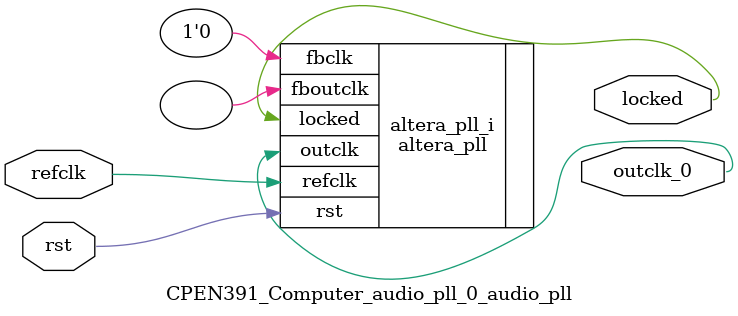
<source format=v>
`timescale 1ns/10ps
module  CPEN391_Computer_audio_pll_0_audio_pll(

	// interface 'refclk'
	input wire refclk,

	// interface 'reset'
	input wire rst,

	// interface 'outclk0'
	output wire outclk_0,

	// interface 'locked'
	output wire locked
);

	altera_pll #(
		.fractional_vco_multiplier("false"),
		.reference_clock_frequency("50.0 MHz"),
		.operation_mode("direct"),
		.number_of_clocks(1),
		.output_clock_frequency0("12.288135 MHz"),
		.phase_shift0("0 ps"),
		.duty_cycle0(50),
		.output_clock_frequency1("0 MHz"),
		.phase_shift1("0 ps"),
		.duty_cycle1(50),
		.output_clock_frequency2("0 MHz"),
		.phase_shift2("0 ps"),
		.duty_cycle2(50),
		.output_clock_frequency3("0 MHz"),
		.phase_shift3("0 ps"),
		.duty_cycle3(50),
		.output_clock_frequency4("0 MHz"),
		.phase_shift4("0 ps"),
		.duty_cycle4(50),
		.output_clock_frequency5("0 MHz"),
		.phase_shift5("0 ps"),
		.duty_cycle5(50),
		.output_clock_frequency6("0 MHz"),
		.phase_shift6("0 ps"),
		.duty_cycle6(50),
		.output_clock_frequency7("0 MHz"),
		.phase_shift7("0 ps"),
		.duty_cycle7(50),
		.output_clock_frequency8("0 MHz"),
		.phase_shift8("0 ps"),
		.duty_cycle8(50),
		.output_clock_frequency9("0 MHz"),
		.phase_shift9("0 ps"),
		.duty_cycle9(50),
		.output_clock_frequency10("0 MHz"),
		.phase_shift10("0 ps"),
		.duty_cycle10(50),
		.output_clock_frequency11("0 MHz"),
		.phase_shift11("0 ps"),
		.duty_cycle11(50),
		.output_clock_frequency12("0 MHz"),
		.phase_shift12("0 ps"),
		.duty_cycle12(50),
		.output_clock_frequency13("0 MHz"),
		.phase_shift13("0 ps"),
		.duty_cycle13(50),
		.output_clock_frequency14("0 MHz"),
		.phase_shift14("0 ps"),
		.duty_cycle14(50),
		.output_clock_frequency15("0 MHz"),
		.phase_shift15("0 ps"),
		.duty_cycle15(50),
		.output_clock_frequency16("0 MHz"),
		.phase_shift16("0 ps"),
		.duty_cycle16(50),
		.output_clock_frequency17("0 MHz"),
		.phase_shift17("0 ps"),
		.duty_cycle17(50),
		.pll_type("General"),
		.pll_subtype("General")
	) altera_pll_i (
		.rst	(rst),
		.outclk	({outclk_0}),
		.locked	(locked),
		.fboutclk	( ),
		.fbclk	(1'b0),
		.refclk	(refclk)
	);
endmodule


</source>
